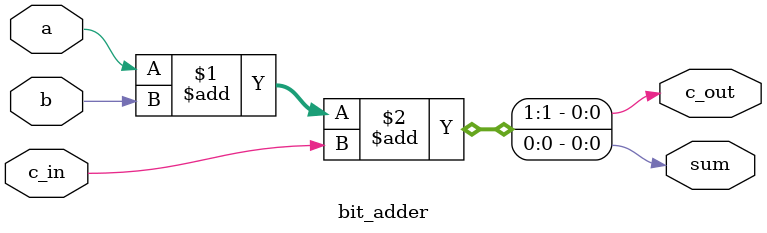
<source format=v>
`timescale 1ns / 1ps


module ripple_adder(
    input [7:0]a,
    input [7:0]b,
    input c_in,
    output [7:0]sum,
    output c_out
    );
	wire [7:0] buff;
	assign buff[0] = c_in;
	bit_adder A1(a[0],b[0],buff[0],sum[0],buff[1]) ;	
	bit_adder A2(a[1],b[1],buff[1],sum[1],buff[2]) ;
	bit_adder A3(a[2],b[2],buff[2],sum[2],buff[3]) ;
	bit_adder A4(a[3],b[3],buff[3],sum[3],buff[4]) ;
	bit_adder A5(a[4],b[4],buff[4],sum[4],buff[5]) ;
	bit_adder A6(a[5],b[5],buff[5],sum[5],buff[6]) ;
	bit_adder A7(a[6],b[6],buff[6],sum[6],buff[7]) ;
	bit_adder A8(a[7],b[7],buff[7],sum[7], c_out) ;
endmodule


module bit_adder(
    input a,
    input b,
    input c_in,
    output sum,
    output c_out
    );
	assign {c_out, sum} = a + b + c_in;

endmodule


</source>
